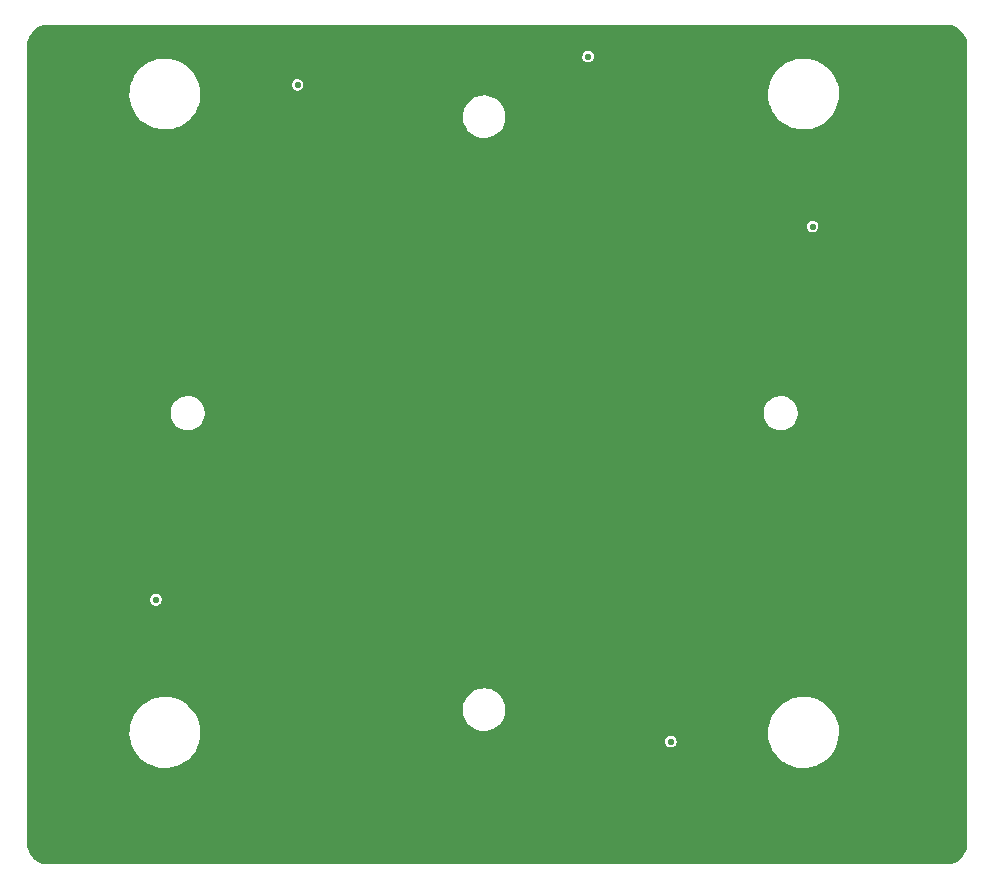
<source format=gbr>
%TF.GenerationSoftware,KiCad,Pcbnew,(6.0.2)*%
%TF.CreationDate,2022-09-07T19:19:14-04:00*%
%TF.ProjectId,plusz-end-card-with-turnstile-mezzanine,706c7573-7a2d-4656-9e64-2d636172642d,rev?*%
%TF.SameCoordinates,Original*%
%TF.FileFunction,Copper,L3,Inr*%
%TF.FilePolarity,Positive*%
%FSLAX46Y46*%
G04 Gerber Fmt 4.6, Leading zero omitted, Abs format (unit mm)*
G04 Created by KiCad (PCBNEW (6.0.2)) date 2022-09-07 19:19:14*
%MOMM*%
%LPD*%
G01*
G04 APERTURE LIST*
%TA.AperFunction,ViaPad*%
%ADD10C,0.457200*%
%TD*%
%TA.AperFunction,ViaPad*%
%ADD11C,0.583200*%
%TD*%
G04 APERTURE END LIST*
D10*
%TO.N,GND*%
X181301100Y-89153600D03*
X134001100Y-95653600D03*
X159901100Y-99953600D03*
X180951100Y-95103600D03*
X179301100Y-100053600D03*
X160211100Y-122643600D03*
X115101100Y-136253600D03*
X187601100Y-108853600D03*
X167901100Y-92893600D03*
X139081100Y-119633600D03*
X175201100Y-110853600D03*
X116901100Y-120853600D03*
X142901100Y-136653600D03*
X182601100Y-97653600D03*
X142081100Y-122633600D03*
X123101100Y-80753600D03*
X154301100Y-101653600D03*
X119201100Y-135553600D03*
X127601100Y-73253600D03*
X167801100Y-88843600D03*
X180401100Y-75953600D03*
X158001100Y-108653600D03*
X144181100Y-99033600D03*
X146001100Y-86453600D03*
X124301100Y-128053600D03*
X166401100Y-94393600D03*
X114421100Y-116033600D03*
X134101100Y-103553600D03*
X157501100Y-127253600D03*
X129201100Y-81953600D03*
X166201100Y-110853600D03*
X132501100Y-132253600D03*
X131101100Y-101953600D03*
X160201100Y-119653600D03*
X133501100Y-74453600D03*
X125701100Y-128053600D03*
X148901100Y-136653600D03*
X128801100Y-84953600D03*
X126801100Y-112653600D03*
X127601100Y-74653600D03*
X162201100Y-131353600D03*
X128001100Y-80753600D03*
X178601100Y-136253600D03*
X136601100Y-82053600D03*
X157901100Y-136653600D03*
X184401100Y-106853600D03*
X151401100Y-109353600D03*
X160201100Y-110853600D03*
X170501100Y-76553600D03*
X187501100Y-87253600D03*
X156101100Y-70553600D03*
X120361100Y-114293600D03*
X112001100Y-127953600D03*
X166621100Y-81073600D03*
X161401100Y-79453600D03*
X140301100Y-104753600D03*
X130901100Y-98053600D03*
X136081100Y-119633600D03*
X130401100Y-70553600D03*
X128101100Y-111353600D03*
X150701100Y-118153600D03*
X183301100Y-131953600D03*
X163211100Y-127543600D03*
X184501100Y-111853600D03*
X147401100Y-98053600D03*
X182201100Y-128153600D03*
X145901100Y-136653600D03*
X130301100Y-113353600D03*
X135301100Y-85053600D03*
X171801100Y-77853600D03*
X158401100Y-82053600D03*
X130081100Y-122633600D03*
X137501100Y-77253600D03*
X161401100Y-91753600D03*
X152701100Y-119653600D03*
X137501100Y-99053600D03*
X171801100Y-126853600D03*
X163201100Y-113853600D03*
X179501100Y-87153600D03*
X172201100Y-113853600D03*
X156801100Y-95853600D03*
X184501100Y-117853600D03*
X180601100Y-130453600D03*
X125701100Y-78053600D03*
X162901100Y-93743600D03*
X117501100Y-97253600D03*
X154301100Y-100153600D03*
X146101100Y-113453600D03*
X158001100Y-76053600D03*
X152501100Y-132253600D03*
X143201100Y-85053600D03*
X136701100Y-99853600D03*
X126501100Y-97453600D03*
X169201100Y-113853600D03*
X136201100Y-102953600D03*
X182001100Y-81353600D03*
X163201100Y-117653600D03*
X146321100Y-104733600D03*
X134001100Y-92353600D03*
X166901100Y-84753600D03*
X136081100Y-122633600D03*
X187801100Y-100053600D03*
X137001100Y-97153600D03*
X161401100Y-89953600D03*
X158701100Y-122653600D03*
X125401100Y-114053600D03*
X174201100Y-85053600D03*
X153761100Y-104413600D03*
X170801100Y-89993600D03*
X163401100Y-102553600D03*
X146701100Y-71853600D03*
X137481100Y-87273600D03*
X144101100Y-86453600D03*
X151901100Y-136653600D03*
X163501100Y-99153600D03*
X177301100Y-110853600D03*
X148401100Y-81753600D03*
X137501100Y-127253600D03*
X186601100Y-76253600D03*
X169101100Y-76653600D03*
X144101100Y-118153600D03*
X184501100Y-114853600D03*
X151601100Y-116653600D03*
X160001100Y-73853600D03*
X158401100Y-86553600D03*
X187601100Y-114853600D03*
X167501100Y-72253600D03*
X126601100Y-125253600D03*
X160201100Y-115653600D03*
X112501100Y-112253600D03*
X173101100Y-138853600D03*
X160901100Y-139653600D03*
X125701100Y-126653600D03*
X184401100Y-97653600D03*
X134101100Y-77853600D03*
X143401100Y-96653600D03*
X160201100Y-117653600D03*
X130401100Y-75553600D03*
X186301100Y-126553600D03*
X160901100Y-105153600D03*
X168521100Y-83273600D03*
X157001100Y-112853600D03*
X115161100Y-120393600D03*
X166901100Y-139653600D03*
X164401100Y-134153600D03*
X116901100Y-133653600D03*
X179101100Y-78253600D03*
X132401100Y-111253600D03*
X163201100Y-110853600D03*
X109501100Y-139653600D03*
X152301100Y-91253600D03*
X175801100Y-87953600D03*
X116961100Y-117793600D03*
X153501100Y-75053600D03*
X154301100Y-103153600D03*
X160901100Y-96353600D03*
X173101100Y-79253600D03*
X113301100Y-133753600D03*
X154301100Y-98753600D03*
X121801100Y-136453600D03*
X143301100Y-104753600D03*
X161401100Y-77453600D03*
X161401100Y-93553600D03*
X179001100Y-83053600D03*
X160201100Y-123553600D03*
X125381100Y-122233600D03*
X169421100Y-122233600D03*
X158401100Y-88553600D03*
X158401100Y-85053600D03*
X158901100Y-107653600D03*
X157201100Y-97953600D03*
X163211100Y-123543600D03*
X131701100Y-72053600D03*
X146321100Y-107733600D03*
X141001100Y-81953600D03*
X142501100Y-102253600D03*
X158501100Y-97553600D03*
X157801100Y-100753600D03*
X131101100Y-97053600D03*
X134001100Y-85053600D03*
X115201100Y-127953600D03*
X187501100Y-139653600D03*
X184501100Y-95653600D03*
X184501100Y-74353600D03*
X131001100Y-79853600D03*
X151301100Y-94753600D03*
X150541100Y-105393600D03*
X145901100Y-139653600D03*
X187601100Y-93553600D03*
X146401100Y-96653600D03*
X187501100Y-120853600D03*
X161401100Y-85053600D03*
X182661100Y-102353600D03*
X163501100Y-105153600D03*
X122901100Y-107553600D03*
X182501100Y-78253600D03*
X146301100Y-93653600D03*
X181201100Y-112453600D03*
X152661100Y-107513600D03*
X125601100Y-82653600D03*
X133901100Y-136653600D03*
X160501100Y-101453600D03*
X185501100Y-79153600D03*
X155001100Y-105253600D03*
X133501100Y-110153600D03*
X168201100Y-79453600D03*
X125701100Y-76653600D03*
X187601100Y-111853600D03*
X140321100Y-107733600D03*
X131101100Y-90153600D03*
X130901100Y-139753600D03*
X177901100Y-83853600D03*
X158901100Y-104853600D03*
X149121100Y-105333600D03*
X174501100Y-81953600D03*
X165401100Y-91243600D03*
X117501100Y-107253600D03*
X151601100Y-85053600D03*
X129401100Y-114253600D03*
X124901100Y-139753600D03*
X186501100Y-77953600D03*
X134001100Y-89453600D03*
X169101100Y-87543600D03*
X160201100Y-127553600D03*
X183501100Y-106853600D03*
X163211100Y-122643600D03*
X153601100Y-92653600D03*
X112201100Y-121653600D03*
X173101100Y-124053600D03*
X127901100Y-136653600D03*
X187601100Y-117853600D03*
X128041100Y-104913600D03*
X126721100Y-108533600D03*
X182601100Y-106853600D03*
X120501100Y-119953600D03*
X127501100Y-116153600D03*
X128281100Y-123533600D03*
X167501100Y-97253600D03*
X165821100Y-119733600D03*
X134201100Y-86853600D03*
X126981100Y-120633600D03*
X182001100Y-84353600D03*
X158401100Y-79453600D03*
X130301100Y-109153600D03*
X160501100Y-102953600D03*
X155701100Y-119653600D03*
X126701100Y-79553600D03*
X181201100Y-134153600D03*
X165511100Y-122743600D03*
X120701100Y-139453600D03*
X170101100Y-139453600D03*
X117501100Y-87253600D03*
X130081100Y-119633600D03*
X179001100Y-85153600D03*
X180141100Y-102353600D03*
X138801100Y-85753600D03*
X160201100Y-108853600D03*
X148501100Y-118153600D03*
X174601100Y-96053600D03*
X121601100Y-125353600D03*
X177501100Y-77253600D03*
X139901100Y-139753600D03*
X175101100Y-82653600D03*
X166201100Y-113853600D03*
X167821100Y-120633600D03*
X112001100Y-124953600D03*
X164001100Y-97493600D03*
X155881100Y-106533600D03*
X156901100Y-74953600D03*
X148701100Y-91253600D03*
X137001100Y-89353600D03*
X167001100Y-131553600D03*
X169101100Y-126653600D03*
X158801100Y-95853600D03*
X115301100Y-122353600D03*
X157201100Y-103253600D03*
X163721100Y-86973600D03*
X123901100Y-115553600D03*
X184501100Y-120653600D03*
X187101100Y-123553600D03*
X142901100Y-139753600D03*
X122501100Y-92253600D03*
X178201100Y-113853600D03*
X186901100Y-102353600D03*
X175101100Y-84053600D03*
X175701100Y-137853600D03*
X173101100Y-80653600D03*
X183501100Y-97653600D03*
X154501100Y-70253600D03*
X133901100Y-139753600D03*
X171701100Y-80653600D03*
X170301100Y-123153600D03*
X118661100Y-116093600D03*
X112501100Y-102253600D03*
X134001100Y-96853600D03*
X160401100Y-98153600D03*
X161401100Y-87953600D03*
X143201100Y-88253600D03*
X176401100Y-82553600D03*
X139081100Y-122633600D03*
X148401100Y-112453600D03*
X116541100Y-113913600D03*
X160201100Y-113853600D03*
X131101100Y-86953600D03*
X161101100Y-75353600D03*
X124501100Y-81553600D03*
X184781100Y-102353600D03*
X119701100Y-120653600D03*
X154781100Y-109633600D03*
X115601100Y-119353600D03*
X131101100Y-103253600D03*
X158401100Y-77453600D03*
X170501100Y-86143600D03*
X143201100Y-81953600D03*
X154501100Y-74053600D03*
X185401100Y-89053600D03*
X182501100Y-72253600D03*
X148501100Y-113453600D03*
X155701100Y-122653600D03*
X154001100Y-97453600D03*
X158501100Y-72353600D03*
X184501100Y-93553600D03*
X151901100Y-87153600D03*
X173101100Y-125453600D03*
X136901100Y-139753600D03*
X146301100Y-101153600D03*
X151901100Y-139653600D03*
X137301100Y-104753600D03*
X124501100Y-123153600D03*
X122901100Y-77953600D03*
X154901100Y-136653600D03*
X160501100Y-95253600D03*
X131101100Y-95553600D03*
X185201100Y-128953600D03*
X133081100Y-119633600D03*
X112301100Y-130953600D03*
X167501100Y-107253600D03*
X121601100Y-79353600D03*
X167101100Y-130053600D03*
X131101100Y-82053600D03*
X139081100Y-81973600D03*
X134101100Y-75853600D03*
X177501100Y-107253600D03*
X109601100Y-70253600D03*
X172201100Y-110853600D03*
X161801100Y-94893600D03*
X112301100Y-118153600D03*
X173101100Y-135653600D03*
X151401100Y-112453600D03*
X131601100Y-99853600D03*
X146401100Y-122853600D03*
X121101100Y-116653600D03*
X128901100Y-71953600D03*
X142501100Y-132253600D03*
X163001100Y-134053600D03*
X118661100Y-111793600D03*
X157201100Y-101553600D03*
X143401100Y-93653600D03*
X128501100Y-115153600D03*
X182401100Y-108853600D03*
X160711100Y-129843600D03*
X163701100Y-106053600D03*
X138301100Y-100953600D03*
X157201100Y-99253600D03*
X131101100Y-88553600D03*
X148401100Y-122853600D03*
X125321100Y-105933600D03*
X124401100Y-76553600D03*
X149901100Y-93153600D03*
X124301100Y-119353600D03*
X187601100Y-96553600D03*
X131101100Y-85053600D03*
X130901100Y-136653600D03*
X118401100Y-122153600D03*
X133081100Y-122633600D03*
X163901100Y-136653600D03*
X163401100Y-101053600D03*
X179201100Y-104753600D03*
X148401100Y-109353600D03*
X187801100Y-105453600D03*
X151701100Y-82053600D03*
X160201100Y-125553600D03*
X155101100Y-82053600D03*
X187201100Y-91253600D03*
X119801100Y-122153600D03*
X131101100Y-77853600D03*
X152401100Y-72153600D03*
X186501100Y-74453600D03*
X184501100Y-108853600D03*
X146401100Y-91253600D03*
X154801100Y-95853600D03*
X147401100Y-91253600D03*
X184301100Y-122753600D03*
X136901100Y-136653600D03*
X158701100Y-119653600D03*
X133601100Y-99853600D03*
X175701100Y-134553600D03*
X172101100Y-88693600D03*
X155001100Y-85053600D03*
X131701100Y-70653600D03*
X115301100Y-124653600D03*
X124901100Y-71053600D03*
X126401100Y-117253600D03*
X173601100Y-87993600D03*
X152701100Y-122653600D03*
X126701100Y-83753600D03*
X178601100Y-132553600D03*
X125301100Y-87253600D03*
X179301100Y-97753600D03*
X154901100Y-139653600D03*
X118501100Y-117053600D03*
X182501100Y-122253600D03*
X148701100Y-86453600D03*
X148421100Y-103273600D03*
X117601100Y-138153600D03*
X171701100Y-124053600D03*
X142081100Y-119633600D03*
X143321100Y-107733600D03*
X140901100Y-85053600D03*
X158401100Y-93053600D03*
X137001100Y-94053600D03*
X182501100Y-74853600D03*
X165801100Y-132853600D03*
X164401100Y-129053600D03*
X153001100Y-95753600D03*
X134101100Y-104753600D03*
X151601100Y-114053600D03*
X134001100Y-94053600D03*
X164201100Y-85053600D03*
X179401100Y-108553600D03*
X170601100Y-133053600D03*
X170301100Y-81553600D03*
X151641100Y-102293600D03*
X163101100Y-132653600D03*
X143201100Y-90553600D03*
X169001100Y-128053600D03*
X123201100Y-123953600D03*
X157201100Y-107253600D03*
X148901100Y-139653600D03*
X112501100Y-77253600D03*
X127901100Y-139753600D03*
X129101100Y-74653600D03*
X137001100Y-92353600D03*
X183501100Y-125553600D03*
X177101100Y-123953600D03*
X173001100Y-83253600D03*
X112501100Y-92253600D03*
X170001100Y-136453600D03*
X147401100Y-122853600D03*
X182501100Y-92253600D03*
X169401100Y-91393600D03*
X151901100Y-89253600D03*
X157501100Y-71153600D03*
X122281100Y-112373600D03*
X121701100Y-80653600D03*
X164201100Y-82053600D03*
X124901100Y-136653600D03*
X139901100Y-136653600D03*
X163901100Y-139653600D03*
X179001100Y-80653600D03*
X123001100Y-126853600D03*
X177801100Y-86753600D03*
X132601100Y-73353600D03*
X165701100Y-129953600D03*
X157901100Y-139653600D03*
X164901100Y-95893600D03*
X158401100Y-90653600D03*
X187501100Y-77253600D03*
X150801100Y-107053600D03*
X175201100Y-113853600D03*
X131101100Y-91853600D03*
X124601100Y-110053600D03*
X131101100Y-104753600D03*
X122601100Y-119953600D03*
X131101100Y-107753600D03*
X131201100Y-112453600D03*
X163211100Y-125543600D03*
X134101100Y-79853600D03*
X184501100Y-78153600D03*
X136401100Y-98553600D03*
X176501100Y-91453600D03*
X129201100Y-110253600D03*
X134021100Y-107733600D03*
X187501100Y-70353600D03*
X121601100Y-124053600D03*
X147401100Y-113453600D03*
X166901100Y-136653600D03*
X155801100Y-73853600D03*
X117501100Y-82253600D03*
X115901100Y-70853600D03*
X134001100Y-91053600D03*
X172301100Y-85193600D03*
X155701100Y-93253600D03*
X177501100Y-117253600D03*
X115501100Y-130953600D03*
X183301100Y-91153600D03*
X149521100Y-100173600D03*
X163201100Y-108853600D03*
X147401100Y-81753600D03*
X122601100Y-116553600D03*
X138601100Y-72253600D03*
X168201100Y-125253600D03*
X166911100Y-123943600D03*
X137321100Y-107733600D03*
X183301100Y-86953600D03*
X134101100Y-82053600D03*
X120781100Y-109673600D03*
X169201100Y-110853600D03*
X146401100Y-81753600D03*
X146201100Y-118153600D03*
X163201100Y-119653600D03*
X166601100Y-90043600D03*
X134101100Y-102453600D03*
X112501100Y-82253600D03*
X125301100Y-118353600D03*
X164151100Y-92493600D03*
X163201100Y-115653600D03*
X161401100Y-82053600D03*
X163701100Y-103853600D03*
X131101100Y-93653600D03*
X137001100Y-95653600D03*
X185501100Y-73353600D03*
X152501100Y-74053600D03*
X137001100Y-90953600D03*
X135601100Y-99853600D03*
X169101100Y-78053600D03*
X142701100Y-112953600D03*
X152501100Y-70153600D03*
X125601100Y-132453600D03*
X170501100Y-128153600D03*
X160901100Y-136653600D03*
D11*
%TO.N,L1BAND*%
X156201100Y-72153600D03*
%TO.N,L1BAND_0*%
X175201100Y-86553600D03*
%TO.N,L1BAND_90*%
X163201100Y-130153600D03*
%TO.N,L1BAND_180*%
X119601100Y-118153600D03*
%TO.N,L1BAND_270*%
X131601100Y-74553600D03*
%TD*%
%TA.AperFunction,Conductor*%
%TO.N,GND*%
G36*
X186481777Y-69454382D02*
G01*
X186500742Y-69458743D01*
X186504118Y-69457979D01*
X186504119Y-69457979D01*
X186514099Y-69455721D01*
X186522896Y-69455029D01*
X186656798Y-69463805D01*
X186734039Y-69468867D01*
X186738020Y-69469392D01*
X186851511Y-69491966D01*
X186964997Y-69514540D01*
X186968882Y-69515581D01*
X187188020Y-69589969D01*
X187191736Y-69591508D01*
X187399289Y-69693861D01*
X187402773Y-69695872D01*
X187595197Y-69824446D01*
X187598388Y-69826895D01*
X187772377Y-69979479D01*
X187775221Y-69982323D01*
X187927805Y-70156312D01*
X187930254Y-70159503D01*
X188058828Y-70351927D01*
X188060839Y-70355411D01*
X188163192Y-70562964D01*
X188164731Y-70566680D01*
X188239119Y-70785818D01*
X188240160Y-70789703D01*
X188285308Y-71016676D01*
X188285833Y-71020664D01*
X188299646Y-71231413D01*
X188298930Y-71240312D01*
X188295957Y-71253242D01*
X188296721Y-71256618D01*
X188296721Y-71256619D01*
X188300342Y-71272621D01*
X188301100Y-71279407D01*
X188301100Y-138727387D01*
X188300318Y-138734277D01*
X188295957Y-138753242D01*
X188296721Y-138756618D01*
X188296721Y-138756619D01*
X188298979Y-138766599D01*
X188299671Y-138775396D01*
X188285833Y-138986536D01*
X188285308Y-138990524D01*
X188240160Y-139217497D01*
X188239119Y-139221382D01*
X188164731Y-139440520D01*
X188163192Y-139444236D01*
X188060839Y-139651789D01*
X188058828Y-139655273D01*
X187930254Y-139847697D01*
X187927805Y-139850888D01*
X187775221Y-140024877D01*
X187772377Y-140027721D01*
X187598388Y-140180305D01*
X187595197Y-140182754D01*
X187402773Y-140311328D01*
X187399289Y-140313339D01*
X187191736Y-140415692D01*
X187188020Y-140417231D01*
X186968882Y-140491619D01*
X186964997Y-140492660D01*
X186851510Y-140515234D01*
X186738020Y-140537808D01*
X186734039Y-140538333D01*
X186523286Y-140552146D01*
X186514388Y-140551430D01*
X186501458Y-140548457D01*
X186498082Y-140549221D01*
X186498081Y-140549221D01*
X186482079Y-140552842D01*
X186475293Y-140553600D01*
X110527313Y-140553600D01*
X110520422Y-140552818D01*
X110501458Y-140548457D01*
X110498082Y-140549221D01*
X110498081Y-140549221D01*
X110488101Y-140551479D01*
X110479304Y-140552171D01*
X110345402Y-140543395D01*
X110268161Y-140538333D01*
X110264180Y-140537808D01*
X110150690Y-140515234D01*
X110037203Y-140492660D01*
X110033318Y-140491619D01*
X109814180Y-140417231D01*
X109810464Y-140415692D01*
X109602911Y-140313339D01*
X109599427Y-140311328D01*
X109407003Y-140182754D01*
X109403812Y-140180305D01*
X109229823Y-140027721D01*
X109226979Y-140024877D01*
X109074395Y-139850888D01*
X109071946Y-139847697D01*
X108943372Y-139655273D01*
X108941361Y-139651789D01*
X108839008Y-139444236D01*
X108837469Y-139440520D01*
X108763081Y-139221382D01*
X108762040Y-139217497D01*
X108716892Y-138990524D01*
X108716367Y-138986536D01*
X108702554Y-138775787D01*
X108703270Y-138766888D01*
X108706243Y-138753958D01*
X108701858Y-138734579D01*
X108701100Y-138727793D01*
X108701100Y-129509461D01*
X117368151Y-129509461D01*
X117402519Y-129853777D01*
X117476233Y-130191861D01*
X117476521Y-130192701D01*
X117476522Y-130192706D01*
X117509595Y-130289304D01*
X117588317Y-130519233D01*
X117737286Y-130831552D01*
X117737764Y-130832314D01*
X117920691Y-131123926D01*
X117920696Y-131123934D01*
X117921164Y-131124679D01*
X118137515Y-131394729D01*
X118138148Y-131395355D01*
X118138153Y-131395361D01*
X118208021Y-131464501D01*
X118383471Y-131638123D01*
X118384174Y-131638674D01*
X118384176Y-131638676D01*
X118461675Y-131699443D01*
X118655772Y-131851634D01*
X118656518Y-131852091D01*
X118656525Y-131852096D01*
X118742425Y-131904735D01*
X118950809Y-132032432D01*
X118951598Y-132032798D01*
X118951605Y-132032802D01*
X119263868Y-132177750D01*
X119263872Y-132177752D01*
X119264670Y-132178122D01*
X119265504Y-132178398D01*
X119265512Y-132178401D01*
X119509843Y-132259205D01*
X119593197Y-132286772D01*
X119932035Y-132356942D01*
X119932907Y-132357020D01*
X119932915Y-132357021D01*
X120235657Y-132384040D01*
X120235664Y-132384040D01*
X120236333Y-132384100D01*
X120459289Y-132384100D01*
X120460330Y-132384040D01*
X120715670Y-132369317D01*
X120715671Y-132369317D01*
X120716553Y-132369266D01*
X120717422Y-132369114D01*
X120717425Y-132369114D01*
X120833200Y-132348908D01*
X121057428Y-132309774D01*
X121058273Y-132309524D01*
X121058276Y-132309523D01*
X121223317Y-132260636D01*
X121389206Y-132211497D01*
X121390013Y-132211153D01*
X121390018Y-132211151D01*
X121502860Y-132163019D01*
X121707489Y-132075738D01*
X122008059Y-131904296D01*
X122286932Y-131699443D01*
X122540412Y-131463895D01*
X122765138Y-131200774D01*
X122815806Y-131125373D01*
X122957640Y-130914300D01*
X122958133Y-130913567D01*
X123116839Y-130606082D01*
X123239150Y-130282393D01*
X123273026Y-130147526D01*
X162703977Y-130147526D01*
X162709885Y-130192706D01*
X162721501Y-130281535D01*
X162722254Y-130287296D01*
X162779025Y-130416318D01*
X162869727Y-130524221D01*
X162871554Y-130525437D01*
X162871556Y-130525439D01*
X162985240Y-130601113D01*
X162987067Y-130602329D01*
X162989159Y-130602983D01*
X162989160Y-130602983D01*
X163119526Y-130643713D01*
X163121613Y-130644365D01*
X163171464Y-130645279D01*
X163260361Y-130646908D01*
X163260362Y-130646908D01*
X163262550Y-130646948D01*
X163264662Y-130646372D01*
X163264664Y-130646372D01*
X163396431Y-130610448D01*
X163396433Y-130610447D01*
X163398546Y-130609871D01*
X163518670Y-130536115D01*
X163613264Y-130431608D01*
X163674725Y-130304753D01*
X163698112Y-130165747D01*
X163698260Y-130153600D01*
X163697391Y-130147526D01*
X163678588Y-130016237D01*
X163678277Y-130014064D01*
X163619934Y-129885745D01*
X163527921Y-129778958D01*
X163526083Y-129777766D01*
X163526081Y-129777765D01*
X163411473Y-129703480D01*
X163411471Y-129703479D01*
X163409635Y-129702289D01*
X163333157Y-129679418D01*
X163276686Y-129662529D01*
X163276684Y-129662529D01*
X163274585Y-129661901D01*
X163204615Y-129661474D01*
X163135824Y-129661053D01*
X163135821Y-129661053D01*
X163133628Y-129661040D01*
X162998094Y-129699775D01*
X162996245Y-129700942D01*
X162996242Y-129700943D01*
X162880733Y-129773825D01*
X162880731Y-129773827D01*
X162878881Y-129774994D01*
X162785570Y-129880648D01*
X162784637Y-129882634D01*
X162784637Y-129882635D01*
X162726594Y-130006262D01*
X162726593Y-130006265D01*
X162725664Y-130008244D01*
X162703977Y-130147526D01*
X123273026Y-130147526D01*
X123323448Y-129946790D01*
X123331485Y-129885745D01*
X123368497Y-129604608D01*
X123368497Y-129604602D01*
X123368613Y-129603724D01*
X123370094Y-129509461D01*
X171428151Y-129509461D01*
X171462519Y-129853777D01*
X171536233Y-130191861D01*
X171536521Y-130192701D01*
X171536522Y-130192706D01*
X171569595Y-130289304D01*
X171648317Y-130519233D01*
X171797286Y-130831552D01*
X171797764Y-130832314D01*
X171980691Y-131123926D01*
X171980696Y-131123934D01*
X171981164Y-131124679D01*
X172197515Y-131394729D01*
X172198148Y-131395355D01*
X172198153Y-131395361D01*
X172268021Y-131464501D01*
X172443471Y-131638123D01*
X172444174Y-131638674D01*
X172444176Y-131638676D01*
X172521675Y-131699443D01*
X172715772Y-131851634D01*
X172716518Y-131852091D01*
X172716525Y-131852096D01*
X172802425Y-131904735D01*
X173010809Y-132032432D01*
X173011598Y-132032798D01*
X173011605Y-132032802D01*
X173323868Y-132177750D01*
X173323872Y-132177752D01*
X173324670Y-132178122D01*
X173325504Y-132178398D01*
X173325512Y-132178401D01*
X173569843Y-132259205D01*
X173653197Y-132286772D01*
X173992035Y-132356942D01*
X173992907Y-132357020D01*
X173992915Y-132357021D01*
X174295657Y-132384040D01*
X174295664Y-132384040D01*
X174296333Y-132384100D01*
X174519289Y-132384100D01*
X174520330Y-132384040D01*
X174775670Y-132369317D01*
X174775671Y-132369317D01*
X174776553Y-132369266D01*
X174777422Y-132369114D01*
X174777425Y-132369114D01*
X174893200Y-132348908D01*
X175117428Y-132309774D01*
X175118273Y-132309524D01*
X175118276Y-132309523D01*
X175283317Y-132260636D01*
X175449206Y-132211497D01*
X175450013Y-132211153D01*
X175450018Y-132211151D01*
X175562860Y-132163019D01*
X175767489Y-132075738D01*
X176068059Y-131904296D01*
X176346932Y-131699443D01*
X176600412Y-131463895D01*
X176825138Y-131200774D01*
X176875806Y-131125373D01*
X177017640Y-130914300D01*
X177018133Y-130913567D01*
X177176839Y-130606082D01*
X177299150Y-130282393D01*
X177383448Y-129946790D01*
X177391485Y-129885745D01*
X177428497Y-129604608D01*
X177428497Y-129604602D01*
X177428613Y-129603724D01*
X177434049Y-129257739D01*
X177399681Y-128913423D01*
X177329135Y-128589869D01*
X177326157Y-128576210D01*
X177326157Y-128576208D01*
X177325967Y-128575339D01*
X177318524Y-128553598D01*
X177214174Y-128248818D01*
X177213883Y-128247967D01*
X177064914Y-127935648D01*
X177027609Y-127876179D01*
X176881509Y-127643274D01*
X176881504Y-127643266D01*
X176881036Y-127642521D01*
X176664685Y-127372471D01*
X176664052Y-127371845D01*
X176664047Y-127371839D01*
X176419367Y-127129708D01*
X176419364Y-127129705D01*
X176418729Y-127129077D01*
X176355295Y-127079338D01*
X176147127Y-126916114D01*
X176147126Y-126916113D01*
X176146428Y-126915566D01*
X176145682Y-126915109D01*
X176145675Y-126915104D01*
X175852140Y-126735227D01*
X175851391Y-126734768D01*
X175850602Y-126734402D01*
X175850595Y-126734398D01*
X175538332Y-126589450D01*
X175538328Y-126589448D01*
X175537530Y-126589078D01*
X175536696Y-126588802D01*
X175536688Y-126588799D01*
X175292357Y-126507995D01*
X175209003Y-126480428D01*
X174870165Y-126410258D01*
X174869293Y-126410180D01*
X174869285Y-126410179D01*
X174566543Y-126383160D01*
X174566536Y-126383160D01*
X174565867Y-126383100D01*
X174342911Y-126383100D01*
X174342478Y-126383125D01*
X174342477Y-126383125D01*
X174086530Y-126397883D01*
X174086529Y-126397883D01*
X174085647Y-126397934D01*
X174084778Y-126398086D01*
X174084775Y-126398086D01*
X173969000Y-126418292D01*
X173744772Y-126457426D01*
X173743927Y-126457676D01*
X173743924Y-126457677D01*
X173578883Y-126506564D01*
X173412994Y-126555703D01*
X173412187Y-126556047D01*
X173412182Y-126556049D01*
X173335401Y-126588799D01*
X173094711Y-126691462D01*
X172794141Y-126862904D01*
X172515268Y-127067757D01*
X172261788Y-127303305D01*
X172037062Y-127566426D01*
X172036575Y-127567151D01*
X172036571Y-127567156D01*
X171985928Y-127642521D01*
X171844067Y-127853633D01*
X171685361Y-128161118D01*
X171563050Y-128484807D01*
X171478752Y-128820410D01*
X171478636Y-128821288D01*
X171478636Y-128821290D01*
X171444093Y-129083676D01*
X171433587Y-129163476D01*
X171428151Y-129509461D01*
X123370094Y-129509461D01*
X123374049Y-129257739D01*
X123339681Y-128913423D01*
X123269135Y-128589869D01*
X123266157Y-128576210D01*
X123266157Y-128576208D01*
X123265967Y-128575339D01*
X123258524Y-128553598D01*
X123154174Y-128248818D01*
X123153883Y-128247967D01*
X123004914Y-127935648D01*
X122967609Y-127876179D01*
X122821509Y-127643274D01*
X122821504Y-127643266D01*
X122821036Y-127642521D01*
X122757989Y-127563826D01*
X145598919Y-127563826D01*
X145635007Y-127828995D01*
X145709892Y-128085917D01*
X145744195Y-128160326D01*
X145784991Y-128248818D01*
X145821931Y-128328948D01*
X145822554Y-128329898D01*
X145822555Y-128329900D01*
X145968039Y-128551799D01*
X145968662Y-128552749D01*
X145969414Y-128553592D01*
X145969419Y-128553598D01*
X146146103Y-128751555D01*
X146146860Y-128752403D01*
X146147732Y-128753128D01*
X146341519Y-128914299D01*
X146352612Y-128923525D01*
X146353574Y-128924109D01*
X146353580Y-128924113D01*
X146397945Y-128951034D01*
X146581398Y-129062356D01*
X146828191Y-129165845D01*
X147087570Y-129231719D01*
X147124719Y-129235460D01*
X147309072Y-129254023D01*
X147309081Y-129254023D01*
X147309841Y-129254100D01*
X147469044Y-129254100D01*
X147596410Y-129244635D01*
X147666836Y-129239402D01*
X147666839Y-129239402D01*
X147667977Y-129239317D01*
X147669083Y-129239067D01*
X147669088Y-129239066D01*
X147824222Y-129203962D01*
X147928991Y-129180255D01*
X148086108Y-129119156D01*
X148177345Y-129083676D01*
X148177348Y-129083675D01*
X148178409Y-129083262D01*
X148410750Y-128950468D01*
X148411646Y-128949762D01*
X148411650Y-128949759D01*
X148620008Y-128785502D01*
X148620009Y-128785501D01*
X148620911Y-128784790D01*
X148621695Y-128783957D01*
X148621700Y-128783952D01*
X148803486Y-128590708D01*
X148803488Y-128590706D01*
X148804275Y-128589869D01*
X148956814Y-128369985D01*
X149075176Y-128129971D01*
X149137119Y-127936462D01*
X149156416Y-127876179D01*
X149156417Y-127876175D01*
X149156762Y-127875097D01*
X149199778Y-127610964D01*
X149199793Y-127609820D01*
X149203266Y-127344522D01*
X149203281Y-127343374D01*
X149167193Y-127078205D01*
X149092308Y-126821283D01*
X149027163Y-126679973D01*
X148980747Y-126579288D01*
X148980745Y-126579284D01*
X148980269Y-126578252D01*
X148916314Y-126480704D01*
X148834161Y-126355401D01*
X148834160Y-126355400D01*
X148833538Y-126354451D01*
X148832786Y-126353608D01*
X148832781Y-126353602D01*
X148656097Y-126155645D01*
X148656096Y-126155644D01*
X148655340Y-126154797D01*
X148449588Y-125983675D01*
X148448626Y-125983091D01*
X148448620Y-125983087D01*
X148221774Y-125845434D01*
X148220802Y-125844844D01*
X147974009Y-125741355D01*
X147714630Y-125675481D01*
X147677481Y-125671740D01*
X147493128Y-125653177D01*
X147493119Y-125653177D01*
X147492359Y-125653100D01*
X147333156Y-125653100D01*
X147205790Y-125662565D01*
X147135364Y-125667798D01*
X147135361Y-125667798D01*
X147134223Y-125667883D01*
X147133117Y-125668133D01*
X147133112Y-125668134D01*
X146977978Y-125703238D01*
X146873209Y-125726945D01*
X146716092Y-125788044D01*
X146624855Y-125823524D01*
X146624852Y-125823525D01*
X146623791Y-125823938D01*
X146391450Y-125956732D01*
X146390554Y-125957438D01*
X146390550Y-125957441D01*
X146182192Y-126121698D01*
X146181289Y-126122410D01*
X146180505Y-126123243D01*
X146180500Y-126123248D01*
X145998714Y-126316492D01*
X145997925Y-126317331D01*
X145845386Y-126537215D01*
X145844879Y-126538243D01*
X145769491Y-126691115D01*
X145727024Y-126777229D01*
X145645438Y-127032103D01*
X145602422Y-127296236D01*
X145598919Y-127563826D01*
X122757989Y-127563826D01*
X122604685Y-127372471D01*
X122604052Y-127371845D01*
X122604047Y-127371839D01*
X122359367Y-127129708D01*
X122359364Y-127129705D01*
X122358729Y-127129077D01*
X122295295Y-127079338D01*
X122087127Y-126916114D01*
X122087126Y-126916113D01*
X122086428Y-126915566D01*
X122085682Y-126915109D01*
X122085675Y-126915104D01*
X121792140Y-126735227D01*
X121791391Y-126734768D01*
X121790602Y-126734402D01*
X121790595Y-126734398D01*
X121478332Y-126589450D01*
X121478328Y-126589448D01*
X121477530Y-126589078D01*
X121476696Y-126588802D01*
X121476688Y-126588799D01*
X121232357Y-126507995D01*
X121149003Y-126480428D01*
X120810165Y-126410258D01*
X120809293Y-126410180D01*
X120809285Y-126410179D01*
X120506543Y-126383160D01*
X120506536Y-126383160D01*
X120505867Y-126383100D01*
X120282911Y-126383100D01*
X120282478Y-126383125D01*
X120282477Y-126383125D01*
X120026530Y-126397883D01*
X120026529Y-126397883D01*
X120025647Y-126397934D01*
X120024778Y-126398086D01*
X120024775Y-126398086D01*
X119909000Y-126418292D01*
X119684772Y-126457426D01*
X119683927Y-126457676D01*
X119683924Y-126457677D01*
X119518883Y-126506564D01*
X119352994Y-126555703D01*
X119352187Y-126556047D01*
X119352182Y-126556049D01*
X119275401Y-126588799D01*
X119034711Y-126691462D01*
X118734141Y-126862904D01*
X118455268Y-127067757D01*
X118201788Y-127303305D01*
X117977062Y-127566426D01*
X117976575Y-127567151D01*
X117976571Y-127567156D01*
X117925928Y-127642521D01*
X117784067Y-127853633D01*
X117625361Y-128161118D01*
X117503050Y-128484807D01*
X117418752Y-128820410D01*
X117418636Y-128821288D01*
X117418636Y-128821290D01*
X117384093Y-129083676D01*
X117373587Y-129163476D01*
X117368151Y-129509461D01*
X108701100Y-129509461D01*
X108701100Y-118147526D01*
X119103977Y-118147526D01*
X119122254Y-118287296D01*
X119179025Y-118416318D01*
X119269727Y-118524221D01*
X119271554Y-118525437D01*
X119271556Y-118525439D01*
X119385240Y-118601113D01*
X119387067Y-118602329D01*
X119389159Y-118602983D01*
X119389160Y-118602983D01*
X119519526Y-118643713D01*
X119521613Y-118644365D01*
X119571464Y-118645279D01*
X119660361Y-118646908D01*
X119660362Y-118646908D01*
X119662550Y-118646948D01*
X119664662Y-118646372D01*
X119664664Y-118646372D01*
X119796431Y-118610448D01*
X119796433Y-118610447D01*
X119798546Y-118609871D01*
X119918670Y-118536115D01*
X120013264Y-118431608D01*
X120074725Y-118304753D01*
X120098112Y-118165747D01*
X120098260Y-118153600D01*
X120097391Y-118147526D01*
X120078588Y-118016237D01*
X120078277Y-118014064D01*
X120019934Y-117885745D01*
X119927921Y-117778958D01*
X119926083Y-117777766D01*
X119926081Y-117777765D01*
X119811473Y-117703480D01*
X119811471Y-117703479D01*
X119809635Y-117702289D01*
X119733157Y-117679418D01*
X119676686Y-117662529D01*
X119676684Y-117662529D01*
X119674585Y-117661901D01*
X119604615Y-117661474D01*
X119535824Y-117661053D01*
X119535821Y-117661053D01*
X119533628Y-117661040D01*
X119398094Y-117699775D01*
X119396245Y-117700942D01*
X119396242Y-117700943D01*
X119280733Y-117773825D01*
X119280731Y-117773827D01*
X119278881Y-117774994D01*
X119185570Y-117880648D01*
X119184637Y-117882634D01*
X119184637Y-117882635D01*
X119126594Y-118006262D01*
X119126593Y-118006265D01*
X119125664Y-118008244D01*
X119103977Y-118147526D01*
X108701100Y-118147526D01*
X108701100Y-102455129D01*
X120849174Y-102455129D01*
X120849365Y-102456376D01*
X120849365Y-102456379D01*
X120854788Y-102491816D01*
X120885253Y-102690902D01*
X120959355Y-102917618D01*
X120959934Y-102918730D01*
X121068908Y-103128069D01*
X121068911Y-103128074D01*
X121069490Y-103129186D01*
X121212702Y-103319925D01*
X121385142Y-103484713D01*
X121386184Y-103485424D01*
X121386188Y-103485427D01*
X121416208Y-103505905D01*
X121582182Y-103619125D01*
X121583321Y-103619654D01*
X121583325Y-103619656D01*
X121797384Y-103719018D01*
X121798528Y-103719549D01*
X122028372Y-103783291D01*
X122223086Y-103804100D01*
X122361563Y-103804100D01*
X122362166Y-103804050D01*
X122362176Y-103804050D01*
X122537563Y-103789630D01*
X122538816Y-103789527D01*
X122540033Y-103789221D01*
X122540035Y-103789221D01*
X122653065Y-103760830D01*
X122770148Y-103731421D01*
X122798673Y-103719018D01*
X122987730Y-103636814D01*
X122987732Y-103636813D01*
X122988884Y-103636312D01*
X123189149Y-103506755D01*
X123190078Y-103505909D01*
X123190084Y-103505905D01*
X123282644Y-103421681D01*
X123365564Y-103346229D01*
X123513393Y-103159045D01*
X123514002Y-103157942D01*
X123628057Y-102951331D01*
X123628058Y-102951329D01*
X123628664Y-102950231D01*
X123708283Y-102725394D01*
X123750112Y-102490572D01*
X123750545Y-102455129D01*
X171049174Y-102455129D01*
X171049365Y-102456376D01*
X171049365Y-102456379D01*
X171054788Y-102491816D01*
X171085253Y-102690902D01*
X171159355Y-102917618D01*
X171159934Y-102918730D01*
X171268908Y-103128069D01*
X171268911Y-103128074D01*
X171269490Y-103129186D01*
X171412702Y-103319925D01*
X171585142Y-103484713D01*
X171586184Y-103485424D01*
X171586188Y-103485427D01*
X171616208Y-103505905D01*
X171782182Y-103619125D01*
X171783321Y-103619654D01*
X171783325Y-103619656D01*
X171997384Y-103719018D01*
X171998528Y-103719549D01*
X172228372Y-103783291D01*
X172423086Y-103804100D01*
X172561563Y-103804100D01*
X172562166Y-103804050D01*
X172562176Y-103804050D01*
X172737563Y-103789630D01*
X172738816Y-103789527D01*
X172740033Y-103789221D01*
X172740035Y-103789221D01*
X172853065Y-103760830D01*
X172970148Y-103731421D01*
X172998673Y-103719018D01*
X173187730Y-103636814D01*
X173187732Y-103636813D01*
X173188884Y-103636312D01*
X173389149Y-103506755D01*
X173390078Y-103505909D01*
X173390084Y-103505905D01*
X173482644Y-103421681D01*
X173565564Y-103346229D01*
X173713393Y-103159045D01*
X173714002Y-103157942D01*
X173828057Y-102951331D01*
X173828058Y-102951329D01*
X173828664Y-102950231D01*
X173908283Y-102725394D01*
X173950112Y-102490572D01*
X173953026Y-102252071D01*
X173947603Y-102216628D01*
X173917139Y-102017553D01*
X173916947Y-102016298D01*
X173842845Y-101789582D01*
X173820592Y-101746834D01*
X173733292Y-101579131D01*
X173733289Y-101579126D01*
X173732710Y-101578014D01*
X173589498Y-101387275D01*
X173417058Y-101222487D01*
X173416016Y-101221776D01*
X173416012Y-101221773D01*
X173221065Y-101088789D01*
X173221063Y-101088788D01*
X173220018Y-101088075D01*
X173218879Y-101087546D01*
X173218875Y-101087544D01*
X173004816Y-100988182D01*
X173003672Y-100987651D01*
X172773828Y-100923909D01*
X172579114Y-100903100D01*
X172440637Y-100903100D01*
X172440034Y-100903150D01*
X172440024Y-100903150D01*
X172271580Y-100916999D01*
X172263384Y-100917673D01*
X172262167Y-100917979D01*
X172262165Y-100917979D01*
X172149135Y-100946370D01*
X172032052Y-100975779D01*
X172030899Y-100976280D01*
X172030897Y-100976281D01*
X171814470Y-101070386D01*
X171814468Y-101070387D01*
X171813316Y-101070888D01*
X171613051Y-101200445D01*
X171612122Y-101201291D01*
X171612116Y-101201295D01*
X171519556Y-101285519D01*
X171436636Y-101360971D01*
X171288807Y-101548155D01*
X171288199Y-101549257D01*
X171288198Y-101549258D01*
X171272882Y-101577004D01*
X171173536Y-101756969D01*
X171093917Y-101981806D01*
X171052088Y-102216628D01*
X171049174Y-102455129D01*
X123750545Y-102455129D01*
X123753026Y-102252071D01*
X123747603Y-102216628D01*
X123717139Y-102017553D01*
X123716947Y-102016298D01*
X123642845Y-101789582D01*
X123620592Y-101746834D01*
X123533292Y-101579131D01*
X123533289Y-101579126D01*
X123532710Y-101578014D01*
X123389498Y-101387275D01*
X123217058Y-101222487D01*
X123216016Y-101221776D01*
X123216012Y-101221773D01*
X123021065Y-101088789D01*
X123021063Y-101088788D01*
X123020018Y-101088075D01*
X123018879Y-101087546D01*
X123018875Y-101087544D01*
X122804816Y-100988182D01*
X122803672Y-100987651D01*
X122573828Y-100923909D01*
X122379114Y-100903100D01*
X122240637Y-100903100D01*
X122240034Y-100903150D01*
X122240024Y-100903150D01*
X122071580Y-100916999D01*
X122063384Y-100917673D01*
X122062167Y-100917979D01*
X122062165Y-100917979D01*
X121949135Y-100946370D01*
X121832052Y-100975779D01*
X121830899Y-100976280D01*
X121830897Y-100976281D01*
X121614470Y-101070386D01*
X121614468Y-101070387D01*
X121613316Y-101070888D01*
X121413051Y-101200445D01*
X121412122Y-101201291D01*
X121412116Y-101201295D01*
X121319556Y-101285519D01*
X121236636Y-101360971D01*
X121088807Y-101548155D01*
X121088199Y-101549257D01*
X121088198Y-101549258D01*
X121072882Y-101577004D01*
X120973536Y-101756969D01*
X120893917Y-101981806D01*
X120852088Y-102216628D01*
X120849174Y-102455129D01*
X108701100Y-102455129D01*
X108701100Y-86547526D01*
X174703977Y-86547526D01*
X174722254Y-86687296D01*
X174779025Y-86816318D01*
X174869727Y-86924221D01*
X174871554Y-86925437D01*
X174871556Y-86925439D01*
X174985240Y-87001113D01*
X174987067Y-87002329D01*
X174989159Y-87002983D01*
X174989160Y-87002983D01*
X175119526Y-87043713D01*
X175121613Y-87044365D01*
X175171464Y-87045279D01*
X175260361Y-87046908D01*
X175260362Y-87046908D01*
X175262550Y-87046948D01*
X175264662Y-87046372D01*
X175264664Y-87046372D01*
X175396431Y-87010448D01*
X175396433Y-87010447D01*
X175398546Y-87009871D01*
X175518670Y-86936115D01*
X175613264Y-86831608D01*
X175674725Y-86704753D01*
X175698112Y-86565747D01*
X175698260Y-86553600D01*
X175697391Y-86547526D01*
X175678588Y-86416237D01*
X175678277Y-86414064D01*
X175619934Y-86285745D01*
X175527921Y-86178958D01*
X175526083Y-86177766D01*
X175526081Y-86177765D01*
X175411473Y-86103480D01*
X175411471Y-86103479D01*
X175409635Y-86102289D01*
X175333157Y-86079418D01*
X175276686Y-86062529D01*
X175276684Y-86062529D01*
X175274585Y-86061901D01*
X175204615Y-86061474D01*
X175135824Y-86061053D01*
X175135821Y-86061053D01*
X175133628Y-86061040D01*
X174998094Y-86099775D01*
X174996245Y-86100942D01*
X174996242Y-86100943D01*
X174880733Y-86173825D01*
X174880731Y-86173827D01*
X174878881Y-86174994D01*
X174785570Y-86280648D01*
X174784637Y-86282634D01*
X174784637Y-86282635D01*
X174726594Y-86406262D01*
X174726593Y-86406265D01*
X174725664Y-86408244D01*
X174703977Y-86547526D01*
X108701100Y-86547526D01*
X108701100Y-75449461D01*
X117368151Y-75449461D01*
X117402519Y-75793777D01*
X117430748Y-75923248D01*
X117473271Y-76118274D01*
X117476233Y-76131861D01*
X117476521Y-76132701D01*
X117476522Y-76132706D01*
X117506935Y-76221535D01*
X117588317Y-76459233D01*
X117737286Y-76771552D01*
X117737764Y-76772314D01*
X117920691Y-77063926D01*
X117920696Y-77063934D01*
X117921164Y-77064679D01*
X118137515Y-77334729D01*
X118138148Y-77335355D01*
X118138153Y-77335361D01*
X118208021Y-77404501D01*
X118383471Y-77578123D01*
X118384174Y-77578674D01*
X118384176Y-77578676D01*
X118655073Y-77791086D01*
X118655772Y-77791634D01*
X118656518Y-77792091D01*
X118656525Y-77792096D01*
X118942689Y-77967456D01*
X118950809Y-77972432D01*
X118951598Y-77972798D01*
X118951605Y-77972802D01*
X119263868Y-78117750D01*
X119263872Y-78117752D01*
X119264670Y-78118122D01*
X119265504Y-78118398D01*
X119265512Y-78118401D01*
X119421489Y-78169985D01*
X119593197Y-78226772D01*
X119932035Y-78296942D01*
X119932907Y-78297020D01*
X119932915Y-78297021D01*
X120235657Y-78324040D01*
X120235664Y-78324040D01*
X120236333Y-78324100D01*
X120459289Y-78324100D01*
X120460330Y-78324040D01*
X120715670Y-78309317D01*
X120715671Y-78309317D01*
X120716553Y-78309266D01*
X120717422Y-78309114D01*
X120717425Y-78309114D01*
X120833200Y-78288908D01*
X121057428Y-78249774D01*
X121058273Y-78249524D01*
X121058276Y-78249523D01*
X121223317Y-78200635D01*
X121389206Y-78151497D01*
X121390013Y-78151153D01*
X121390018Y-78151151D01*
X121502860Y-78103019D01*
X121707489Y-78015738D01*
X122008059Y-77844296D01*
X122286932Y-77639443D01*
X122540412Y-77403895D01*
X122574634Y-77363826D01*
X145598919Y-77363826D01*
X145635007Y-77628995D01*
X145709892Y-77885917D01*
X145749776Y-77972432D01*
X145817069Y-78118401D01*
X145821931Y-78128948D01*
X145822554Y-78129898D01*
X145822555Y-78129900D01*
X145949839Y-78324040D01*
X145968662Y-78352749D01*
X145969414Y-78353592D01*
X145969419Y-78353598D01*
X146146103Y-78551555D01*
X146146860Y-78552403D01*
X146352612Y-78723525D01*
X146353574Y-78724109D01*
X146353580Y-78724113D01*
X146397945Y-78751034D01*
X146581398Y-78862356D01*
X146828191Y-78965845D01*
X147087570Y-79031719D01*
X147124719Y-79035460D01*
X147309072Y-79054023D01*
X147309081Y-79054023D01*
X147309841Y-79054100D01*
X147469044Y-79054100D01*
X147596410Y-79044635D01*
X147666836Y-79039402D01*
X147666839Y-79039402D01*
X147667977Y-79039317D01*
X147669083Y-79039067D01*
X147669088Y-79039066D01*
X147824222Y-79003962D01*
X147928991Y-78980255D01*
X148086108Y-78919156D01*
X148177345Y-78883676D01*
X148177348Y-78883675D01*
X148178409Y-78883262D01*
X148410750Y-78750468D01*
X148411646Y-78749762D01*
X148411650Y-78749759D01*
X148620008Y-78585502D01*
X148620009Y-78585501D01*
X148620911Y-78584790D01*
X148621695Y-78583957D01*
X148621700Y-78583952D01*
X148803486Y-78390708D01*
X148803488Y-78390706D01*
X148804275Y-78389869D01*
X148956814Y-78169985D01*
X148982574Y-78117750D01*
X149074671Y-77930995D01*
X149075176Y-77929971D01*
X149156762Y-77675097D01*
X149199778Y-77410964D01*
X149203281Y-77143374D01*
X149167193Y-76878205D01*
X149092308Y-76621283D01*
X149017602Y-76459233D01*
X148980747Y-76379288D01*
X148980745Y-76379284D01*
X148980269Y-76378252D01*
X148877521Y-76221535D01*
X148834161Y-76155401D01*
X148834160Y-76155400D01*
X148833538Y-76154451D01*
X148832786Y-76153608D01*
X148832781Y-76153602D01*
X148656097Y-75955645D01*
X148656096Y-75955644D01*
X148655340Y-75954797D01*
X148462770Y-75794638D01*
X148450459Y-75784399D01*
X148450456Y-75784397D01*
X148449588Y-75783675D01*
X148448626Y-75783091D01*
X148448620Y-75783087D01*
X148221774Y-75645434D01*
X148220802Y-75644844D01*
X147974009Y-75541355D01*
X147714630Y-75475481D01*
X147677481Y-75471740D01*
X147493128Y-75453177D01*
X147493119Y-75453177D01*
X147492359Y-75453100D01*
X147333156Y-75453100D01*
X147205790Y-75462565D01*
X147135364Y-75467798D01*
X147135361Y-75467798D01*
X147134223Y-75467883D01*
X147133117Y-75468133D01*
X147133112Y-75468134D01*
X146977978Y-75503238D01*
X146873209Y-75526945D01*
X146832361Y-75542830D01*
X146624855Y-75623524D01*
X146624852Y-75623525D01*
X146623791Y-75623938D01*
X146391450Y-75756732D01*
X146390554Y-75757438D01*
X146390550Y-75757441D01*
X146225384Y-75887648D01*
X146181289Y-75922410D01*
X146180505Y-75923243D01*
X146180500Y-75923248D01*
X145998714Y-76116492D01*
X145997925Y-76117331D01*
X145845386Y-76337215D01*
X145727024Y-76577229D01*
X145726676Y-76578315D01*
X145726676Y-76578316D01*
X145664577Y-76772314D01*
X145645438Y-76832103D01*
X145602422Y-77096236D01*
X145602407Y-77097380D01*
X145601849Y-77140044D01*
X145598919Y-77363826D01*
X122574634Y-77363826D01*
X122765138Y-77140774D01*
X122795067Y-77096236D01*
X122863322Y-76994660D01*
X122958133Y-76853567D01*
X123116839Y-76546082D01*
X123239150Y-76222393D01*
X123323448Y-75886790D01*
X123340477Y-75757441D01*
X123368497Y-75544608D01*
X123368497Y-75544602D01*
X123368613Y-75543724D01*
X123370094Y-75449461D01*
X171428151Y-75449461D01*
X171462519Y-75793777D01*
X171490748Y-75923248D01*
X171533271Y-76118274D01*
X171536233Y-76131861D01*
X171536521Y-76132701D01*
X171536522Y-76132706D01*
X171566935Y-76221535D01*
X171648317Y-76459233D01*
X171797286Y-76771552D01*
X171797764Y-76772314D01*
X171980691Y-77063926D01*
X171980696Y-77063934D01*
X171981164Y-77064679D01*
X172197515Y-77334729D01*
X172198148Y-77335355D01*
X172198153Y-77335361D01*
X172268021Y-77404501D01*
X172443471Y-77578123D01*
X172444174Y-77578674D01*
X172444176Y-77578676D01*
X172715073Y-77791086D01*
X172715772Y-77791634D01*
X172716518Y-77792091D01*
X172716525Y-77792096D01*
X173002689Y-77967456D01*
X173010809Y-77972432D01*
X173011598Y-77972798D01*
X173011605Y-77972802D01*
X173323868Y-78117750D01*
X173323872Y-78117752D01*
X173324670Y-78118122D01*
X173325504Y-78118398D01*
X173325512Y-78118401D01*
X173481489Y-78169985D01*
X173653197Y-78226772D01*
X173992035Y-78296942D01*
X173992907Y-78297020D01*
X173992915Y-78297021D01*
X174295657Y-78324040D01*
X174295664Y-78324040D01*
X174296333Y-78324100D01*
X174519289Y-78324100D01*
X174520330Y-78324040D01*
X174775670Y-78309317D01*
X174775671Y-78309317D01*
X174776553Y-78309266D01*
X174777422Y-78309114D01*
X174777425Y-78309114D01*
X174893200Y-78288908D01*
X175117428Y-78249774D01*
X175118273Y-78249524D01*
X175118276Y-78249523D01*
X175283317Y-78200635D01*
X175449206Y-78151497D01*
X175450013Y-78151153D01*
X175450018Y-78151151D01*
X175562860Y-78103019D01*
X175767489Y-78015738D01*
X176068059Y-77844296D01*
X176346932Y-77639443D01*
X176600412Y-77403895D01*
X176825138Y-77140774D01*
X176855067Y-77096236D01*
X176923322Y-76994660D01*
X177018133Y-76853567D01*
X177176839Y-76546082D01*
X177299150Y-76222393D01*
X177383448Y-75886790D01*
X177400477Y-75757441D01*
X177428497Y-75544608D01*
X177428497Y-75544602D01*
X177428613Y-75543724D01*
X177434049Y-75197739D01*
X177399681Y-74853423D01*
X177325967Y-74515339D01*
X177213883Y-74187967D01*
X177172718Y-74101662D01*
X177065302Y-73876462D01*
X177064914Y-73875648D01*
X177013466Y-73793633D01*
X176881509Y-73583274D01*
X176881504Y-73583266D01*
X176881036Y-73582521D01*
X176664685Y-73312471D01*
X176664052Y-73311845D01*
X176664047Y-73311839D01*
X176419367Y-73069708D01*
X176419364Y-73069705D01*
X176418729Y-73069077D01*
X176341302Y-73008366D01*
X176147127Y-72856114D01*
X176147126Y-72856113D01*
X176146428Y-72855566D01*
X176145682Y-72855109D01*
X176145675Y-72855104D01*
X175852140Y-72675227D01*
X175851391Y-72674768D01*
X175850602Y-72674402D01*
X175850595Y-72674398D01*
X175538332Y-72529450D01*
X175538328Y-72529448D01*
X175537530Y-72529078D01*
X175536696Y-72528802D01*
X175536688Y-72528799D01*
X175292357Y-72447995D01*
X175209003Y-72420428D01*
X174870165Y-72350258D01*
X174869293Y-72350180D01*
X174869285Y-72350179D01*
X174566543Y-72323160D01*
X174566536Y-72323160D01*
X174565867Y-72323100D01*
X174342911Y-72323100D01*
X174342478Y-72323125D01*
X174342477Y-72323125D01*
X174086530Y-72337883D01*
X174086529Y-72337883D01*
X174085647Y-72337934D01*
X174084778Y-72338086D01*
X174084775Y-72338086D01*
X173969000Y-72358292D01*
X173744772Y-72397426D01*
X173743927Y-72397676D01*
X173743924Y-72397677D01*
X173629375Y-72431608D01*
X173412994Y-72495703D01*
X173412187Y-72496047D01*
X173412182Y-72496049D01*
X173350075Y-72522540D01*
X173094711Y-72631462D01*
X172794141Y-72802904D01*
X172515268Y-73007757D01*
X172261788Y-73243305D01*
X172037062Y-73506426D01*
X172036575Y-73507151D01*
X172036571Y-73507156D01*
X171985928Y-73582521D01*
X171844067Y-73793633D01*
X171685361Y-74101118D01*
X171685046Y-74101952D01*
X171685045Y-74101954D01*
X171684468Y-74103480D01*
X171563050Y-74424807D01*
X171478752Y-74760410D01*
X171478636Y-74761288D01*
X171478636Y-74761290D01*
X171441105Y-75046372D01*
X171433587Y-75103476D01*
X171428151Y-75449461D01*
X123370094Y-75449461D01*
X123374049Y-75197739D01*
X123339681Y-74853423D01*
X123272985Y-74547526D01*
X131103977Y-74547526D01*
X131122254Y-74687296D01*
X131179025Y-74816318D01*
X131269727Y-74924221D01*
X131271554Y-74925437D01*
X131271556Y-74925439D01*
X131385240Y-75001113D01*
X131387067Y-75002329D01*
X131389159Y-75002983D01*
X131389160Y-75002983D01*
X131519526Y-75043713D01*
X131521613Y-75044365D01*
X131571464Y-75045279D01*
X131660361Y-75046908D01*
X131660362Y-75046908D01*
X131662550Y-75046948D01*
X131664662Y-75046372D01*
X131664664Y-75046372D01*
X131796431Y-75010448D01*
X131796433Y-75010447D01*
X131798546Y-75009871D01*
X131918670Y-74936115D01*
X132013264Y-74831608D01*
X132074725Y-74704753D01*
X132098112Y-74565747D01*
X132098260Y-74553600D01*
X132097391Y-74547526D01*
X132079938Y-74425665D01*
X132078277Y-74414064D01*
X132019934Y-74285745D01*
X131927921Y-74178958D01*
X131926083Y-74177766D01*
X131926081Y-74177765D01*
X131811473Y-74103480D01*
X131811471Y-74103479D01*
X131809635Y-74102289D01*
X131733157Y-74079418D01*
X131676686Y-74062529D01*
X131676684Y-74062529D01*
X131674585Y-74061901D01*
X131604615Y-74061474D01*
X131535824Y-74061053D01*
X131535821Y-74061053D01*
X131533628Y-74061040D01*
X131398094Y-74099775D01*
X131396245Y-74100942D01*
X131396242Y-74100943D01*
X131280733Y-74173825D01*
X131280731Y-74173827D01*
X131278881Y-74174994D01*
X131185570Y-74280648D01*
X131184637Y-74282634D01*
X131184637Y-74282635D01*
X131126594Y-74406262D01*
X131126593Y-74406265D01*
X131125664Y-74408244D01*
X131125327Y-74410406D01*
X131125327Y-74410407D01*
X131108989Y-74515339D01*
X131103977Y-74547526D01*
X123272985Y-74547526D01*
X123265967Y-74515339D01*
X123153883Y-74187967D01*
X123112718Y-74101662D01*
X123005302Y-73876462D01*
X123004914Y-73875648D01*
X122953466Y-73793633D01*
X122821509Y-73583274D01*
X122821504Y-73583266D01*
X122821036Y-73582521D01*
X122604685Y-73312471D01*
X122604052Y-73311845D01*
X122604047Y-73311839D01*
X122359367Y-73069708D01*
X122359364Y-73069705D01*
X122358729Y-73069077D01*
X122281302Y-73008366D01*
X122087127Y-72856114D01*
X122087126Y-72856113D01*
X122086428Y-72855566D01*
X122085682Y-72855109D01*
X122085675Y-72855104D01*
X121792140Y-72675227D01*
X121791391Y-72674768D01*
X121790602Y-72674402D01*
X121790595Y-72674398D01*
X121478332Y-72529450D01*
X121478328Y-72529448D01*
X121477530Y-72529078D01*
X121476696Y-72528802D01*
X121476688Y-72528799D01*
X121232357Y-72447995D01*
X121149003Y-72420428D01*
X120810165Y-72350258D01*
X120809293Y-72350180D01*
X120809285Y-72350179D01*
X120506543Y-72323160D01*
X120506536Y-72323160D01*
X120505867Y-72323100D01*
X120282911Y-72323100D01*
X120282478Y-72323125D01*
X120282477Y-72323125D01*
X120026530Y-72337883D01*
X120026529Y-72337883D01*
X120025647Y-72337934D01*
X120024778Y-72338086D01*
X120024775Y-72338086D01*
X119909000Y-72358292D01*
X119684772Y-72397426D01*
X119683927Y-72397676D01*
X119683924Y-72397677D01*
X119569375Y-72431608D01*
X119352994Y-72495703D01*
X119352187Y-72496047D01*
X119352182Y-72496049D01*
X119290075Y-72522540D01*
X119034711Y-72631462D01*
X118734141Y-72802904D01*
X118455268Y-73007757D01*
X118201788Y-73243305D01*
X117977062Y-73506426D01*
X117976575Y-73507151D01*
X117976571Y-73507156D01*
X117925928Y-73582521D01*
X117784067Y-73793633D01*
X117625361Y-74101118D01*
X117625046Y-74101952D01*
X117625045Y-74101954D01*
X117624468Y-74103480D01*
X117503050Y-74424807D01*
X117418752Y-74760410D01*
X117418636Y-74761288D01*
X117418636Y-74761290D01*
X117381105Y-75046372D01*
X117373587Y-75103476D01*
X117368151Y-75449461D01*
X108701100Y-75449461D01*
X108701100Y-72147526D01*
X155703977Y-72147526D01*
X155722254Y-72287296D01*
X155779025Y-72416318D01*
X155869727Y-72524221D01*
X155871554Y-72525437D01*
X155871556Y-72525439D01*
X155985240Y-72601113D01*
X155987067Y-72602329D01*
X155989159Y-72602983D01*
X155989160Y-72602983D01*
X156079203Y-72631115D01*
X156121613Y-72644365D01*
X156171464Y-72645279D01*
X156260361Y-72646908D01*
X156260362Y-72646908D01*
X156262550Y-72646948D01*
X156264662Y-72646372D01*
X156264664Y-72646372D01*
X156396431Y-72610448D01*
X156396433Y-72610447D01*
X156398546Y-72609871D01*
X156518670Y-72536115D01*
X156613264Y-72431608D01*
X156674725Y-72304753D01*
X156698112Y-72165747D01*
X156698260Y-72153600D01*
X156697391Y-72147526D01*
X156678588Y-72016237D01*
X156678277Y-72014064D01*
X156619934Y-71885745D01*
X156527921Y-71778958D01*
X156526083Y-71777766D01*
X156526081Y-71777765D01*
X156411473Y-71703480D01*
X156411471Y-71703479D01*
X156409635Y-71702289D01*
X156333157Y-71679418D01*
X156276686Y-71662529D01*
X156276684Y-71662529D01*
X156274585Y-71661901D01*
X156204615Y-71661474D01*
X156135824Y-71661053D01*
X156135821Y-71661053D01*
X156133628Y-71661040D01*
X155998094Y-71699775D01*
X155996245Y-71700942D01*
X155996242Y-71700943D01*
X155880733Y-71773825D01*
X155880731Y-71773827D01*
X155878881Y-71774994D01*
X155785570Y-71880648D01*
X155784637Y-71882634D01*
X155784637Y-71882635D01*
X155726594Y-72006262D01*
X155726593Y-72006265D01*
X155725664Y-72008244D01*
X155703977Y-72147526D01*
X108701100Y-72147526D01*
X108701100Y-71279813D01*
X108701882Y-71272922D01*
X108705467Y-71257332D01*
X108706243Y-71253958D01*
X108705318Y-71249869D01*
X108703221Y-71240601D01*
X108702529Y-71231804D01*
X108716367Y-71020664D01*
X108716892Y-71016676D01*
X108762040Y-70789703D01*
X108763081Y-70785818D01*
X108837469Y-70566680D01*
X108839008Y-70562964D01*
X108941361Y-70355411D01*
X108943372Y-70351927D01*
X109071946Y-70159503D01*
X109074395Y-70156312D01*
X109226979Y-69982323D01*
X109229823Y-69979479D01*
X109403812Y-69826895D01*
X109407003Y-69824446D01*
X109599427Y-69695872D01*
X109602911Y-69693861D01*
X109810464Y-69591508D01*
X109814180Y-69589969D01*
X110033318Y-69515581D01*
X110037203Y-69514540D01*
X110150689Y-69491966D01*
X110264180Y-69469392D01*
X110268161Y-69468867D01*
X110478914Y-69455054D01*
X110487812Y-69455770D01*
X110500742Y-69458743D01*
X110504118Y-69457979D01*
X110504119Y-69457979D01*
X110520121Y-69454358D01*
X110526907Y-69453600D01*
X186474887Y-69453600D01*
X186481777Y-69454382D01*
G37*
%TD.AperFunction*%
%TD*%
M02*

</source>
